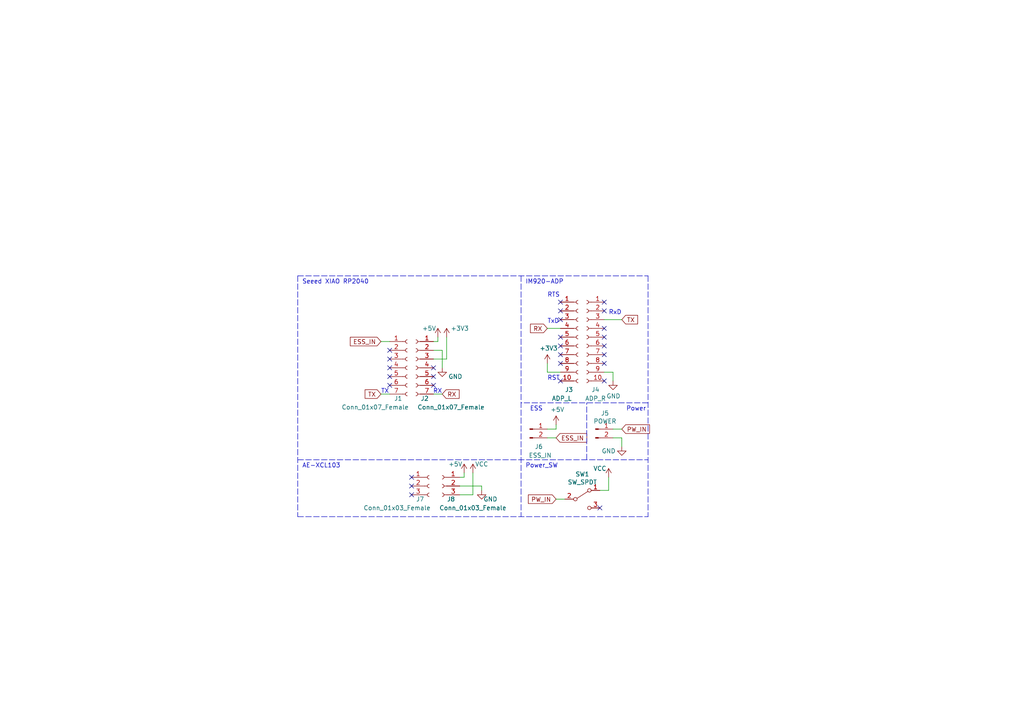
<source format=kicad_sch>
(kicad_sch (version 20211123) (generator eeschema)
  (paper "A4")
  (lib_symbols
    (symbol "Connector:Conn_01x03_Female" (pin_names (offset 1.016) hide)
      (property "Reference" "J" (at 0 5.08 0))
      (property "Value" "Conn_01x03_Female" (at 0 -5.08 0))
      (symbol "Conn_01x03_Female_1_1"
        (arc (start 0 -2.032) (mid -0.508 -2.54) (end 0 -3.048) (stroke (width 0.1524)))
        (polyline (pts (xy -1.27 -2.54) (xy -0.508 -2.54)) (stroke (width 0.1524)))
        (polyline (pts (xy -1.27 0) (xy -0.508 0)) (stroke (width 0.1524)))
        (polyline (pts (xy -1.27 2.54) (xy -0.508 2.54)) (stroke (width 0.1524)))
        (arc (start 0 0.508) (mid -0.508 0) (end 0 -0.508) (stroke (width 0.1524)))
        (arc (start 0 3.048) (mid -0.508 2.54) (end 0 2.032) (stroke (width 0.1524)))
        (pin passive line (at -5.08 2.54 0) (length 3.81) (name "Pin_1") (number "1"))
        (pin passive line (at -5.08 0 0) (length 3.81) (name "Pin_2") (number "2"))
        (pin passive line (at -5.08 -2.54 0) (length 3.81) (name "Pin_3") (number "3"))
      )
    )
    (symbol "Connector:Conn_01x07_Female" (pin_names (offset 1.016) hide)
      (property "Reference" "J" (at 0 10.16 0))
      (property "Value" "Conn_01x07_Female" (at 0 -10.16 0))
      (symbol "Conn_01x07_Female_1_1"
        (arc (start 0 -7.112) (mid -0.508 -7.62) (end 0 -8.128) (stroke (width 0.1524)))
        (arc (start 0 -4.572) (mid -0.508 -5.08) (end 0 -5.588) (stroke (width 0.1524)))
        (arc (start 0 -2.032) (mid -0.508 -2.54) (end 0 -3.048) (stroke (width 0.1524)))
        (polyline (pts (xy -1.27 -7.62) (xy -0.508 -7.62)) (stroke (width 0.1524)))
        (polyline (pts (xy -1.27 -5.08) (xy -0.508 -5.08)) (stroke (width 0.1524)))
        (polyline (pts (xy -1.27 -2.54) (xy -0.508 -2.54)) (stroke (width 0.1524)))
        (polyline (pts (xy -1.27 0) (xy -0.508 0)) (stroke (width 0.1524)))
        (polyline (pts (xy -1.27 2.54) (xy -0.508 2.54)) (stroke (width 0.1524)))
        (polyline (pts (xy -1.27 5.08) (xy -0.508 5.08)) (stroke (width 0.1524)))
        (polyline (pts (xy -1.27 7.62) (xy -0.508 7.62)) (stroke (width 0.1524)))
        (arc (start 0 0.508) (mid -0.508 0) (end 0 -0.508) (stroke (width 0.1524)))
        (arc (start 0 3.048) (mid -0.508 2.54) (end 0 2.032) (stroke (width 0.1524)))
        (arc (start 0 5.588) (mid -0.508 5.08) (end 0 4.572) (stroke (width 0.1524)))
        (arc (start 0 8.128) (mid -0.508 7.62) (end 0 7.112) (stroke (width 0.1524)))
        (pin passive line (at -5.08 7.62 0) (length 3.81) (name "Pin_1") (number "1"))
        (pin passive line (at -5.08 5.08 0) (length 3.81) (name "Pin_2") (number "2"))
        (pin passive line (at -5.08 2.54 0) (length 3.81) (name "Pin_3") (number "3"))
        (pin passive line (at -5.08 0 0) (length 3.81) (name "Pin_4") (number "4"))
        (pin passive line (at -5.08 -2.54 0) (length 3.81) (name "Pin_5") (number "5"))
        (pin passive line (at -5.08 -5.08 0) (length 3.81) (name "Pin_6") (number "6"))
        (pin passive line (at -5.08 -7.62 0) (length 3.81) (name "Pin_7") (number "7"))
      )
    )
    (symbol "Transmitter-rescue:+3.3V-power" (power) (pin_names (offset 0))
      (property "Value" "+3.3V-power" (at 0 3.556 0))
      (symbol "+3.3V-power_0_1"
        (polyline (pts (xy -0.762 1.27) (xy 0 2.54)))
        (polyline (pts (xy 0 0) (xy 0 2.54)))
        (polyline (pts (xy 0 2.54) (xy 0.762 1.27)))
      )
      (symbol "+3.3V-power_1_1"
        (pin power_in line (at 0 0 90) (length 0) hide (name "+3V3") (number "1"))
      )
    )
    (symbol "Transmitter-rescue:Conn_01x02_Male-Connector-Transmitter-rescue-Transmitter-rescue-Transmitter-rescue-Transmitter-rescue" (pin_names (offset 1.016) hide)
      (property "Reference" "J" (at 0 2.54 0))
      (property "Value" "Conn_01x02_Male-Connector-Transmitter-rescue-Transmitter-rescue-Transmitter-rescue-Transmitter-rescue" (at 0 -5.08 0))
      (symbol "Conn_01x02_Male-Connector-Transmitter-rescue-Transmitter-rescue-Transmitter-rescue-Transmitter-rescue_1_1"
        (polyline (pts (xy 1.27 -2.54) (xy 0.8636 -2.54)) (stroke (width 0.1524)))
        (polyline (pts (xy 1.27 0) (xy 0.8636 0)) (stroke (width 0.1524)))
        (rectangle (start 0.8636 -2.413) (end 0 -2.667) (stroke (width 0.1524)) (fill (type outline)))
        (rectangle (start 0.8636 0.127) (end 0 -0.127) (stroke (width 0.1524)) (fill (type outline)))
        (pin passive line (at 5.08 0 180) (length 3.81) (name "Pin_1") (number "1"))
        (pin passive line (at 5.08 -2.54 180) (length 3.81) (name "Pin_2") (number "2"))
      )
    )
    (symbol "Transmitter-rescue:Conn_01x10_Female-Connector-Transmitter-rescue-Transmitter-rescue-Transmitter-rescue-Transmitter-rescue" (pin_names (offset 1.016) hide)
      (property "Reference" "J" (at 0 12.7 0))
      (property "Value" "Conn_01x10_Female-Connector-Transmitter-rescue-Transmitter-rescue-Transmitter-rescue-Transmitter-rescue" (at 0 -15.24 0))
      (symbol "Conn_01x10_Female-Connector-Transmitter-rescue-Transmitter-rescue-Transmitter-rescue-Transmitter-rescue_1_1"
        (arc (start 0 -12.192) (mid -0.508 -12.7) (end 0 -13.208) (stroke (width 0.1524)))
        (arc (start 0 -9.652) (mid -0.508 -10.16) (end 0 -10.668) (stroke (width 0.1524)))
        (arc (start 0 -7.112) (mid -0.508 -7.62) (end 0 -8.128) (stroke (width 0.1524)))
        (arc (start 0 -4.572) (mid -0.508 -5.08) (end 0 -5.588) (stroke (width 0.1524)))
        (arc (start 0 -2.032) (mid -0.508 -2.54) (end 0 -3.048) (stroke (width 0.1524)))
        (polyline (pts (xy -1.27 -12.7) (xy -0.508 -12.7)) (stroke (width 0.1524)))
        (polyline (pts (xy -1.27 -10.16) (xy -0.508 -10.16)) (stroke (width 0.1524)))
        (polyline (pts (xy -1.27 -7.62) (xy -0.508 -7.62)) (stroke (width 0.1524)))
        (polyline (pts (xy -1.27 -5.08) (xy -0.508 -5.08)) (stroke (width 0.1524)))
        (polyline (pts (xy -1.27 -2.54) (xy -0.508 -2.54)) (stroke (width 0.1524)))
        (polyline (pts (xy -1.27 0) (xy -0.508 0)) (stroke (width 0.1524)))
        (polyline (pts (xy -1.27 2.54) (xy -0.508 2.54)) (stroke (width 0.1524)))
        (polyline (pts (xy -1.27 5.08) (xy -0.508 5.08)) (stroke (width 0.1524)))
        (polyline (pts (xy -1.27 7.62) (xy -0.508 7.62)) (stroke (width 0.1524)))
        (polyline (pts (xy -1.27 10.16) (xy -0.508 10.16)) (stroke (width 0.1524)))
        (arc (start 0 0.508) (mid -0.508 0) (end 0 -0.508) (stroke (width 0.1524)))
        (arc (start 0 3.048) (mid -0.508 2.54) (end 0 2.032) (stroke (width 0.1524)))
        (arc (start 0 5.588) (mid -0.508 5.08) (end 0 4.572) (stroke (width 0.1524)))
        (arc (start 0 8.128) (mid -0.508 7.62) (end 0 7.112) (stroke (width 0.1524)))
        (arc (start 0 10.668) (mid -0.508 10.16) (end 0 9.652) (stroke (width 0.1524)))
        (pin passive line (at -5.08 10.16 0) (length 3.81) (name "Pin_1") (number "1"))
        (pin passive line (at -5.08 -12.7 0) (length 3.81) (name "Pin_10") (number "10"))
        (pin passive line (at -5.08 7.62 0) (length 3.81) (name "Pin_2") (number "2"))
        (pin passive line (at -5.08 5.08 0) (length 3.81) (name "Pin_3") (number "3"))
        (pin passive line (at -5.08 2.54 0) (length 3.81) (name "Pin_4") (number "4"))
        (pin passive line (at -5.08 0 0) (length 3.81) (name "Pin_5") (number "5"))
        (pin passive line (at -5.08 -2.54 0) (length 3.81) (name "Pin_6") (number "6"))
        (pin passive line (at -5.08 -5.08 0) (length 3.81) (name "Pin_7") (number "7"))
        (pin passive line (at -5.08 -7.62 0) (length 3.81) (name "Pin_8") (number "8"))
        (pin passive line (at -5.08 -10.16 0) (length 3.81) (name "Pin_9") (number "9"))
      )
    )
    (symbol "Transmitter-rescue:GND-power-Transmitter-rescue-Transmitter-rescue-Transmitter-rescue-Transmitter-rescue" (power) (pin_names (offset 0))
      (property "Value" "GND-power-Transmitter-rescue-Transmitter-rescue-Transmitter-rescue-Transmitter-rescue" (at 0 -3.81 0))
      (symbol "GND-power-Transmitter-rescue-Transmitter-rescue-Transmitter-rescue-Transmitter-rescue_0_1"
        (polyline (pts (xy 0 0) (xy 0 -1.27) (xy 1.27 -1.27) (xy 0 -2.54) (xy -1.27 -1.27) (xy 0 -1.27)))
      )
      (symbol "GND-power-Transmitter-rescue-Transmitter-rescue-Transmitter-rescue-Transmitter-rescue_1_1"
        (pin power_in line (at 0 0 270) (length 0) hide (name "GND") (number "1"))
      )
    )
    (symbol "Transmitter-rescue:SW_SPDT-Switch-Transmitter-rescue-Transmitter-rescue-Transmitter-rescue-Transmitter-rescue" (pin_names (offset 0) hide)
      (property "Reference" "SW" (at 0 4.318 0))
      (property "Value" "SW_SPDT-Switch-Transmitter-rescue-Transmitter-rescue-Transmitter-rescue-Transmitter-rescue" (at 0 -5.08 0))
      (symbol "SW_SPDT-Switch-Transmitter-rescue-Transmitter-rescue-Transmitter-rescue-Transmitter-rescue_0_0"
        (circle (center -2.032 0) (radius 0.508))
        (circle (center 2.032 -2.54) (radius 0.508))
      )
      (symbol "SW_SPDT-Switch-Transmitter-rescue-Transmitter-rescue-Transmitter-rescue-Transmitter-rescue_0_1"
        (polyline (pts (xy -1.524 0.254) (xy 1.651 2.286)))
        (circle (center 2.032 2.54) (radius 0.508))
      )
      (symbol "SW_SPDT-Switch-Transmitter-rescue-Transmitter-rescue-Transmitter-rescue-Transmitter-rescue_1_1"
        (pin passive line (at 5.08 2.54 180) (length 2.54) (name "A") (number "1"))
        (pin passive line (at -5.08 0 0) (length 2.54) (name "B") (number "2"))
        (pin passive line (at 5.08 -2.54 180) (length 2.54) (name "C") (number "3"))
      )
    )
    (symbol "power:+5V" (power) (pin_names (offset 0))
      (property "Value" "+5V" (at 0 3.556 0))
      (symbol "+5V_0_1"
        (polyline (pts (xy -0.762 1.27) (xy 0 2.54)))
        (polyline (pts (xy 0 0) (xy 0 2.54)))
        (polyline (pts (xy 0 2.54) (xy 0.762 1.27)))
      )
      (symbol "+5V_1_1"
        (pin power_in line (at 0 0 90) (length 0) hide (name "+5V") (number "1"))
      )
    )
    (symbol "power:GND" (power) (pin_names (offset 0))
      (property "Value" "GND" (at 0 -3.81 0))
      (symbol "GND_0_1"
        (polyline (pts (xy 0 0) (xy 0 -1.27) (xy 1.27 -1.27) (xy 0 -2.54) (xy -1.27 -1.27) (xy 0 -1.27)))
      )
      (symbol "GND_1_1"
        (pin power_in line (at 0 0 270) (length 0) hide (name "GND") (number "1"))
      )
    )
    (symbol "power:VCC" (power) (pin_names (offset 0))
      (property "Value" "VCC" (at 0 3.81 0))
      (symbol "VCC_0_1"
        (polyline (pts (xy -0.762 1.27) (xy 0 2.54)))
        (polyline (pts (xy 0 0) (xy 0 2.54)))
        (polyline (pts (xy 0 2.54) (xy 0.762 1.27)))
      )
      (symbol "VCC_1_1"
        (pin power_in line (at 0 0 90) (length 0) hide (name "VCC") (number "1"))
      )
    )
  )
  (no_connect (at 113.03 111.76))
  (no_connect (at 113.03 101.6))
  (no_connect (at 162.56 110.49))
  (no_connect (at 113.03 104.14))
  (no_connect (at 125.73 106.68))
  (no_connect (at 175.26 97.79))
  (no_connect (at 175.26 87.63))
  (no_connect (at 162.56 100.33))
  (no_connect (at 162.56 105.41))
  (no_connect (at 162.56 92.71))
  (no_connect (at 162.56 97.79))
  (no_connect (at 173.99 147.32))
  (no_connect (at 175.26 110.49))
  (no_connect (at 175.26 105.41))
  (no_connect (at 125.73 109.22))
  (no_connect (at 175.26 102.87))
  (no_connect (at 162.56 102.87))
  (no_connect (at 113.03 109.22))
  (no_connect (at 175.26 95.25))
  (no_connect (at 175.26 100.33))
  (no_connect (at 119.38 140.97))
  (no_connect (at 162.56 87.63))
  (no_connect (at 119.38 138.43))
  (no_connect (at 175.26 90.17))
  (no_connect (at 125.73 111.76))
  (no_connect (at 119.38 143.51))
  (no_connect (at 162.56 90.17))
  (no_connect (at 113.03 106.68))
  (wire (pts (xy 110.49 99.06) (xy 113.03 99.06)))
  (wire (pts (xy 162.56 107.95) (xy 158.75 107.95)))
  (polyline (pts (xy 86.36 149.86) (xy 187.96 149.86)))
  (wire (pts (xy 128.27 101.6) (xy 128.27 106.68)))
  (wire (pts (xy 158.75 127) (xy 161.29 127)))
  (polyline (pts (xy 86.36 80.01) (xy 86.36 149.86)))
  (polyline (pts (xy 86.36 133.35) (xy 187.96 133.35)))
  (wire (pts (xy 127 99.06) (xy 127 97.79)))
  (polyline (pts (xy 170.18 133.35) (xy 170.18 116.84)))
  (wire (pts (xy 134.62 138.43) (xy 134.62 137.16)))
  (polyline (pts (xy 187.96 80.01) (xy 187.96 149.86)))
  (polyline (pts (xy 86.36 80.01) (xy 187.96 80.01)))
  (wire (pts (xy 175.26 107.95) (xy 177.8 107.95)))
  (polyline (pts (xy 187.96 116.84) (xy 151.13 116.84)))
  (wire (pts (xy 177.8 124.46) (xy 180.34 124.46)))
  (wire (pts (xy 113.03 114.3) (xy 110.49 114.3)))
  (wire (pts (xy 177.8 127) (xy 180.34 127)))
  (wire (pts (xy 175.26 92.71) (xy 180.34 92.71)))
  (wire (pts (xy 128.27 114.3) (xy 125.73 114.3)))
  (wire (pts (xy 158.75 124.46) (xy 161.29 124.46)))
  (wire (pts (xy 125.73 104.14) (xy 129.54 104.14)))
  (wire (pts (xy 125.73 99.06) (xy 127 99.06)))
  (wire (pts (xy 180.34 127) (xy 180.34 129.54)))
  (wire (pts (xy 158.75 107.95) (xy 158.75 105.41)))
  (wire (pts (xy 125.73 101.6) (xy 128.27 101.6)))
  (wire (pts (xy 133.35 138.43) (xy 134.62 138.43)))
  (wire (pts (xy 177.8 107.95) (xy 177.8 110.49)))
  (wire (pts (xy 129.54 104.14) (xy 129.54 97.79)))
  (wire (pts (xy 173.99 142.24) (xy 176.53 142.24)))
  (wire (pts (xy 176.53 142.24) (xy 176.53 138.43)))
  (wire (pts (xy 162.56 95.25) (xy 158.75 95.25)))
  (wire (pts (xy 161.29 124.46) (xy 161.29 123.19)))
  (wire (pts (xy 137.16 137.16) (xy 137.16 143.51)))
  (wire (pts (xy 161.29 144.78) (xy 163.83 144.78)))
  (wire (pts (xy 139.7 140.97) (xy 139.7 142.24)))
  (wire (pts (xy 133.35 140.97) (xy 139.7 140.97)))
  (polyline (pts (xy 151.13 80.01) (xy 151.13 149.86)))
  (wire (pts (xy 137.16 143.51) (xy 133.35 143.51)))
  (text "AE-XCL103" (at 87.63 135.89 0) (effects (font (size 1.27 1.27)) (justify left bottom)))
  (text "RST" (at 158.75 110.49 0) (effects (font (size 1.27 1.27)) (justify left bottom)))
  (text "ESS" (at 153.67 119.38 0) (effects (font (size 1.27 1.27)) (justify left bottom)))
  (text "Power_SW" (at 152.4 135.89 0) (effects (font (size 1.27 1.27)) (justify left bottom)))
  (text "Power" (at 181.61 119.38 0) (effects (font (size 1.27 1.27)) (justify left bottom)))
  (text "IM920-ADP" (at 152.4 82.55 0) (effects (font (size 1.27 1.27)) (justify left bottom)))
  (text "Seeed XIAO RP2040" (at 87.63 82.55 0) (effects (font (size 1.27 1.27)) (justify left bottom)))
  (text "TxD" (at 158.75 93.98 0) (effects (font (size 1.27 1.27)) (justify left bottom)))
  (text "RX" (at 128.27 114.3 180) (effects (font (size 1.27 1.27)) (justify right bottom)))
  (text "TX" (at 110.49 114.3 0) (effects (font (size 1.27 1.27)) (justify left bottom)))
  (text "RTS" (at 158.75 86.36 0) (effects (font (size 1.27 1.27)) (justify left bottom)))
  (text "RxD" (at 176.53 91.44 0) (effects (font (size 1.27 1.27)) (justify left bottom)))
  (global_label "ESS_IN" (shape input) (at 161.29 127 0) (property "Intersheet References" "${INTERSHEET_REFS}" (effects hide)))
  (global_label "RX" (shape input) (at 158.75 95.25 180) (property "Intersheet References" "${INTERSHEET_REFS}" (effects hide)))
  (global_label "PW_IN" (shape input) (at 161.29 144.78 180) (property "Intersheet References" "${INTERSHEET_REFS}" (effects hide)))
  (global_label "PW_IN" (shape input) (at 180.34 124.46 0) (property "Intersheet References" "${INTERSHEET_REFS}" (effects hide)))
  (global_label "RX" (shape input) (at 128.27 114.3 0) (property "Intersheet References" "${INTERSHEET_REFS}" (effects hide)))
  (global_label "TX" (shape input) (at 180.34 92.71 0) (property "Intersheet References" "${INTERSHEET_REFS}" (effects hide)))
  (global_label "TX" (shape input) (at 110.49 114.3 180) (property "Intersheet References" "${INTERSHEET_REFS}" (effects hide)))
  (global_label "ESS_IN" (shape input) (at 110.49 99.06 180) (property "Intersheet References" "${INTERSHEET_REFS}" (effects hide)))
  (symbol (lib_id "Transmitter-rescue:Conn_01x10_Female-Connector-Transmitter-rescue-Transmitter-rescue-Transmitter-rescue-Transmitter-rescue") (at 167.64 97.79 0) (unit 1)
    (property "Reference" "J3" (at 163.83 113.03 0) (effects (justify left)))
    (property "Value" "ADP_L" (at 160.02 115.57 0) (effects (justify left)))
    (property "Footprint" "Connector_PinSocket_2.54mm:PinSocket_1x10_P2.54mm_Vertical" (effects hide))
  )
  (symbol (lib_id "Transmitter-rescue:Conn_01x10_Female-Connector-Transmitter-rescue-Transmitter-rescue-Transmitter-rescue-Transmitter-rescue") (at 170.18 97.79 0) (mirror y) (unit 1)
    (property "Reference" "J4" (at 172.72 113.03 0))
    (property "Value" "ADP_R" (at 172.72 115.57 0))
    (property "Footprint" "Connector_PinSocket_2.54mm:PinSocket_1x10_P2.54mm_Vertical" (effects hide))
  )
  (symbol (lib_id "Transmitter-rescue:Conn_01x02_Male-Connector-Transmitter-rescue-Transmitter-rescue-Transmitter-rescue-Transmitter-rescue") (at 153.67 124.46 0) (unit 1)
    (property "Reference" "J6" (at 157.48 129.54 0) (effects (justify right)))
    (property "Value" "ESS_IN" (at 160.02 132.08 0) (effects (justify right)))
    (property "Footprint" "Connector_JST:JST_XH_S2B-XH-A_1x02_P2.50mm_Horizontal" (effects hide))
  )
  (symbol (lib_id "Transmitter-rescue:SW_SPDT-Switch-Transmitter-rescue-Transmitter-rescue-Transmitter-rescue-Transmitter-rescue") (at 168.91 144.78 0) (unit 1)
    (property "Reference" "SW1" (at 168.91 137.541 0))
    (property "Value" "SW_SPDT" (at 168.91 139.8524 0))
    (property "Footprint" "Button_Switch_THT:SW_Push_1P2T_Vertical_E-Switch_800UDP8P1A1M6" (effects hide))
  )
  (symbol (lib_id "Transmitter-rescue:Conn_01x02_Male-Connector-Transmitter-rescue-Transmitter-rescue-Transmitter-rescue-Transmitter-rescue") (at 172.72 124.46 0) (unit 1)
    (property "Reference" "J5" (at 175.4632 119.8626 0))
    (property "Value" "POWER" (at 175.4632 122.174 0))
    (property "Footprint" "Connector_JST:JST_XH_S2B-XH-A_1x02_P2.50mm_Horizontal" (effects hide))
  )
  (symbol (lib_id "Transmitter-rescue:GND-power-Transmitter-rescue-Transmitter-rescue-Transmitter-rescue-Transmitter-rescue") (at 180.34 129.54 0) (unit 1)
    (property "Reference" "#PWR02" (effects hide))
    (property "Value" "GND" (at 176.53 130.81 0))
  )
  (symbol (lib_id "power:GND") (at 177.8 110.49 0) (unit 1)
    (property "Reference" "#PWR0101" (effects hide))
    (property "Value" "GND" (at 177.927 114.8842 0))
  )
  (symbol (lib_id "Transmitter-rescue:+3.3V-power") (at 158.75 105.41 0) (unit 1)
    (property "Reference" "#PWR0102" (effects hide))
    (property "Value" "+3.3V" (at 159.131 101.0158 0))
  )
  (symbol (lib_id "power:+5V") (at 161.29 123.19 0) (unit 1)
    (property "Reference" "#PWR0106" (effects hide))
    (property "Value" "+5V" (at 161.671 118.7958 0))
  )
  (symbol (lib_id "power:VCC") (at 176.53 138.43 0) (unit 1)
    (property "Reference" "#PWR08" (effects hide))
    (property "Value" "VCC" (at 173.99 135.89 0))
  )
  (symbol (lib_id "Connector:Conn_01x03_Female") (at 124.46 140.97 0) (unit 1)
    (property "Reference" "J7" (at 120.65 144.78 0) (effects (justify left)))
    (property "Value" "Conn_01x03_Female" (at 105.41 147.32 0) (effects (justify left)))
    (property "Footprint" "Connector_PinSocket_2.54mm:PinSocket_1x03_P2.54mm_Vertical" (effects hide))
  )
  (symbol (lib_id "Connector:Conn_01x03_Female") (at 128.27 140.97 0) (mirror y) (unit 1)
    (property "Reference" "J8" (at 130.81 144.78 0))
    (property "Value" "Conn_01x03_Female" (at 137.16 147.32 0))
    (property "Footprint" "Connector_PinSocket_2.54mm:PinSocket_1x03_P2.54mm_Vertical" (effects hide))
  )
  (symbol (lib_id "power:+5V") (at 134.62 137.16 0) (unit 1)
    (property "Reference" "#PWR05" (effects hide))
    (property "Value" "+5V" (at 132.08 134.62 0))
  )
  (symbol (lib_id "power:GND") (at 139.7 142.24 0) (unit 1)
    (property "Reference" "#PWR07" (effects hide))
    (property "Value" "GND" (at 142.24 144.78 0))
  )
  (symbol (lib_id "power:VCC") (at 137.16 137.16 0) (unit 1)
    (property "Reference" "#PWR06" (effects hide))
    (property "Value" "VCC" (at 139.7 134.62 0))
  )
  (symbol (lib_id "power:+5V") (at 127 97.79 0) (unit 1)
    (property "Reference" "#PWR04" (effects hide))
    (property "Value" "+5V" (at 124.46 95.25 0))
  )
  (symbol (lib_id "power:GND") (at 128.27 106.68 0) (unit 1)
    (property "Reference" "#PWR01" (effects hide))
    (property "Value" "GND" (at 132.08 109.22 0))
  )
  (symbol (lib_id "Transmitter-rescue:+3.3V-power") (at 129.54 97.79 0) (unit 1)
    (property "Reference" "#PWR03" (effects hide))
    (property "Value" "+3.3V" (at 133.35 95.25 0))
  )
  (symbol (lib_id "Connector:Conn_01x07_Female") (at 120.65 106.68 0) (mirror y) (unit 1)
    (property "Reference" "J2" (at 123.19 115.57 0))
    (property "Value" "Conn_01x07_Female" (at 130.81 118.11 0))
    (property "Footprint" "Connector_PinSocket_2.54mm:PinSocket_1x07_P2.54mm_Vertical" (effects hide))
  )
  (symbol (lib_id "Connector:Conn_01x07_Female") (at 118.11 106.68 0) (unit 1)
    (property "Reference" "J1" (at 114.3 115.57 0) (effects (justify left)))
    (property "Value" "Conn_01x07_Female" (at 99.06 118.11 0) (effects (justify left)))
    (property "Footprint" "Connector_PinSocket_2.54mm:PinSocket_1x07_P2.54mm_Vertical" (effects hide))
  )
)
</source>
